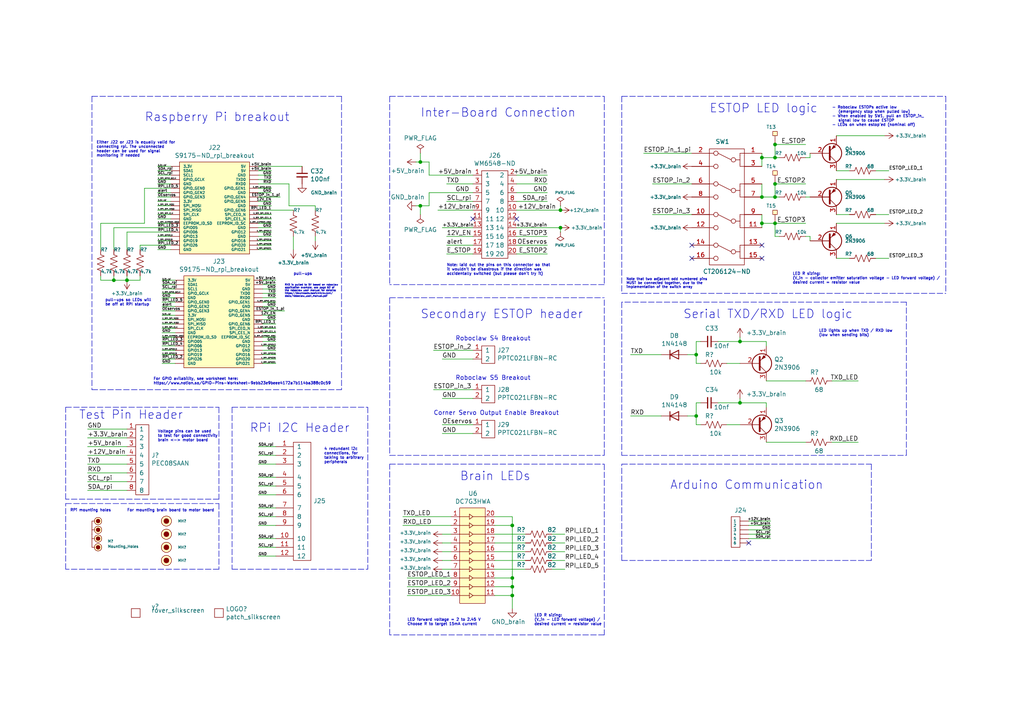
<source format=kicad_sch>
(kicad_sch (version 20231120) (generator "eeschema") (generator_version "8.0")
  (paper "A4")
  (junction (at 148.59 152.4))
  (junction (at 201.93 102.87))
  (junction (at 224.79 57.15))
  (junction (at 121.92 46.99))
  (junction (at 224.79 64.77))
  (junction (at 121.92 59.69))
  (junction (at 214.63 116.84))
  (junction (at 224.79 53.34))
  (junction (at 220.98 64.77))
  (junction (at 148.59 172.72))
  (junction (at 224.79 41.91))
  (junction (at 36.83 81.28))
  (junction (at 220.98 45.72))
  (junction (at 201.93 120.65))
  (junction (at 224.79 45.72))
  (junction (at 214.63 99.06))
  (junction (at 148.59 170.18))
  (junction (at 162.56 66.04))
  (junction (at 220.98 57.15))
  (junction (at 33.02 81.28))
  (junction (at 162.56 60.96))
  (junction (at 148.59 167.64))
  (no_connect (at 200.66 74.93))
  (no_connect (at 137.16 63.5))
  (no_connect (at 217.17 157.48))
  (no_connect (at 149.86 63.5))
  (no_connect (at 220.98 74.93))
  (no_connect (at 220.98 71.12))
  (no_connect (at 200.66 71.12))
  (wire (pts (xy 201.93 105.41) (xy 203.2 105.41)))
  (wire (pts (xy 124.46 59.69) (xy 121.92 59.69)))
  (wire (pts (xy 80.01 161.29) (xy 74.93 161.29)))
  (wire (pts (xy 224.79 41.91) (xy 224.79 45.72)))
  (wire (pts (xy 40.64 71.12) (xy 49.53 71.12)))
  (wire (pts (xy 149.86 53.34) (xy 158.75 53.34)))
  (wire (pts (xy 143.51 149.86) (xy 148.59 149.86)))
  (wire (pts (xy 200.66 62.23) (xy 189.23 62.23)))
  (wire (pts (xy 29.21 80.01) (xy 29.21 81.28)))
  (wire (pts (xy 50.8 105.41) (xy 46.99 105.41)))
  (wire (pts (xy 137.16 71.12) (xy 129.54 71.12)))
  (wire (pts (xy 214.63 116.84) (xy 214.63 115.57)))
  (wire (pts (xy 149.86 66.04) (xy 162.56 66.04)))
  (polyline (pts (xy 175.26 132.08) (xy 175.26 86.36)) (stroke (width 0) (type dash)))
  (wire (pts (xy 121.92 46.99) (xy 120.65 46.99)))
  (polyline (pts (xy 26.67 27.94) (xy 26.67 113.03)) (stroke (width 0) (type dash)))
  (polyline (pts (xy 19.05 165.1) (xy 19.05 146.05)) (stroke (width 0) (type dash)))
  (wire (pts (xy 46.99 92.71) (xy 50.8 92.71)))
  (wire (pts (xy 74.93 67.31) (xy 78.74 67.31)))
  (wire (pts (xy 254 62.23) (xy 257.81 62.23)))
  (wire (pts (xy 191.77 102.87) (xy 182.88 102.87)))
  (wire (pts (xy 242.57 49.53) (xy 246.38 49.53)))
  (wire (pts (xy 220.98 64.77) (xy 224.79 64.77)))
  (wire (pts (xy 74.93 62.23) (xy 78.74 62.23)))
  (wire (pts (xy 143.51 154.94) (xy 152.4 154.94)))
  (wire (pts (xy 160.02 157.48) (xy 163.83 157.48)))
  (wire (pts (xy 224.79 64.77) (xy 224.79 68.58)))
  (wire (pts (xy 76.2 97.79) (xy 80.01 97.79)))
  (polyline (pts (xy 180.34 87.63) (xy 180.34 132.08)) (stroke (width 0) (type dash)))
  (wire (pts (xy 121.92 46.99) (xy 121.92 44.45)))
  (wire (pts (xy 41.91 54.61) (xy 41.91 64.77)))
  (wire (pts (xy 80.01 158.75) (xy 74.93 158.75)))
  (wire (pts (xy 121.92 59.69) (xy 120.65 59.69)))
  (wire (pts (xy 76.2 90.17) (xy 82.55 90.17)))
  (wire (pts (xy 49.53 72.39) (xy 45.72 72.39)))
  (wire (pts (xy 149.86 50.8) (xy 158.75 50.8)))
  (polyline (pts (xy 106.68 118.11) (xy 106.68 165.1)) (stroke (width 0) (type dash)))
  (polyline (pts (xy 274.32 27.94) (xy 274.32 85.09)) (stroke (width 0) (type dash)))
  (wire (pts (xy 80.01 156.21) (xy 74.93 156.21)))
  (wire (pts (xy 200.66 53.34) (xy 189.23 53.34)))
  (polyline (pts (xy 262.89 87.63) (xy 180.34 87.63)) (stroke (width 0) (type dash)))
  (wire (pts (xy 217.17 152.4) (xy 223.52 152.4)))
  (wire (pts (xy 128.27 123.19) (xy 137.16 123.19)))
  (wire (pts (xy 217.17 154.94) (xy 223.52 154.94)))
  (wire (pts (xy 224.79 53.34) (xy 233.68 53.34)))
  (wire (pts (xy 222.25 116.84) (xy 222.25 118.11)))
  (wire (pts (xy 130.81 167.64) (xy 118.11 167.64)))
  (wire (pts (xy 143.51 172.72) (xy 148.59 172.72)))
  (wire (pts (xy 214.63 116.84) (xy 222.25 116.84)))
  (wire (pts (xy 217.17 156.21) (xy 223.52 156.21)))
  (wire (pts (xy 217.17 153.67) (xy 223.52 153.67)))
  (wire (pts (xy 149.86 71.12) (xy 158.75 71.12)))
  (wire (pts (xy 201.93 102.87) (xy 201.93 99.06)))
  (wire (pts (xy 33.02 81.28) (xy 36.83 81.28)))
  (polyline (pts (xy 26.67 27.94) (xy 99.06 27.94)) (stroke (width 0) (type dash)))
  (wire (pts (xy 234.95 68.58) (xy 234.95 69.85)))
  (wire (pts (xy 214.63 99.06) (xy 222.25 99.06)))
  (wire (pts (xy 36.83 81.28) (xy 40.64 81.28)))
  (polyline (pts (xy 113.03 134.62) (xy 175.26 134.62)) (stroke (width 0) (type dash)))
  (wire (pts (xy 91.44 69.85) (xy 91.44 68.58)))
  (wire (pts (xy 124.46 46.99) (xy 121.92 46.99)))
  (wire (pts (xy 128.27 162.56) (xy 130.81 162.56)))
  (wire (pts (xy 49.53 52.07) (xy 45.72 52.07)))
  (wire (pts (xy 80.01 83.82) (xy 76.2 83.82)))
  (wire (pts (xy 80.01 99.06) (xy 76.2 99.06)))
  (wire (pts (xy 124.46 46.99) (xy 124.46 50.8)))
  (wire (pts (xy 50.8 85.09) (xy 46.99 85.09)))
  (wire (pts (xy 46.99 95.25) (xy 50.8 95.25)))
  (polyline (pts (xy 175.26 134.62) (xy 175.26 184.15)) (stroke (width 0) (type dash)))
  (polyline (pts (xy 67.31 118.11) (xy 67.31 165.1)) (stroke (width 0) (type dash)))
  (wire (pts (xy 143.51 165.1) (xy 152.4 165.1)))
  (wire (pts (xy 80.01 140.97) (xy 74.93 140.97)))
  (wire (pts (xy 201.93 102.87) (xy 201.93 105.41)))
  (wire (pts (xy 45.72 58.42) (xy 49.53 58.42)))
  (wire (pts (xy 222.25 128.27) (xy 233.68 128.27)))
  (wire (pts (xy 148.59 172.72) (xy 148.59 176.53)))
  (wire (pts (xy 49.53 49.53) (xy 45.72 49.53)))
  (wire (pts (xy 80.01 132.08) (xy 74.93 132.08)))
  (wire (pts (xy 36.83 67.31) (xy 36.83 72.39)))
  (wire (pts (xy 25.4 129.54) (xy 36.83 129.54)))
  (wire (pts (xy 46.99 90.17) (xy 50.8 90.17)))
  (wire (pts (xy 80.01 138.43) (xy 74.93 138.43)))
  (wire (pts (xy 116.84 149.86) (xy 130.81 149.86)))
  (wire (pts (xy 76.2 96.52) (xy 80.01 96.52)))
  (polyline (pts (xy 19.05 146.05) (xy 63.5 146.05)) (stroke (width 0) (type dash)))
  (wire (pts (xy 137.16 68.58) (xy 129.54 68.58)))
  (wire (pts (xy 128.27 160.02) (xy 130.81 160.02)))
  (wire (pts (xy 224.79 57.15) (xy 226.06 57.15)))
  (wire (pts (xy 124.46 55.88) (xy 137.16 55.88)))
  (wire (pts (xy 199.39 120.65) (xy 201.93 120.65)))
  (wire (pts (xy 143.51 160.02) (xy 152.4 160.02)))
  (polyline (pts (xy 180.34 27.94) (xy 180.34 85.09)) (stroke (width 0) (type dash)))
  (wire (pts (xy 25.4 139.7) (xy 36.83 139.7)))
  (polyline (pts (xy 113.03 86.36) (xy 175.26 86.36)) (stroke (width 0) (type dash)))
  (wire (pts (xy 124.46 55.88) (xy 124.46 59.69)))
  (wire (pts (xy 128.27 154.94) (xy 130.81 154.94)))
  (wire (pts (xy 76.2 102.87) (xy 80.01 102.87)))
  (wire (pts (xy 128.27 66.04) (xy 137.16 66.04)))
  (wire (pts (xy 49.53 63.5) (xy 45.72 63.5)))
  (wire (pts (xy 74.93 71.12) (xy 78.74 71.12)))
  (wire (pts (xy 80.01 86.36) (xy 76.2 86.36)))
  (wire (pts (xy 46.99 87.63) (xy 50.8 87.63)))
  (wire (pts (xy 50.8 96.52) (xy 46.99 96.52)))
  (wire (pts (xy 33.02 80.01) (xy 33.02 81.28)))
  (wire (pts (xy 40.64 81.28) (xy 40.64 80.01)))
  (wire (pts (xy 74.93 63.5) (xy 78.74 63.5)))
  (polyline (pts (xy 63.5 146.05) (xy 63.5 165.1)) (stroke (width 0) (type dash)))
  (wire (pts (xy 191.77 120.65) (xy 182.88 120.65)))
  (wire (pts (xy 208.28 116.84) (xy 214.63 116.84)))
  (wire (pts (xy 143.51 170.18) (xy 148.59 170.18)))
  (polyline (pts (xy 63.5 165.1) (xy 19.05 165.1)) (stroke (width 0) (type dash)))
  (polyline (pts (xy 67.31 165.1) (xy 106.68 165.1)) (stroke (width 0) (type dash)))
  (wire (pts (xy 162.56 66.04) (xy 162.56 67.31)))
  (wire (pts (xy 148.59 152.4) (xy 148.59 167.64)))
  (wire (pts (xy 46.99 97.79) (xy 50.8 97.79)))
  (wire (pts (xy 25.4 142.24) (xy 36.83 142.24)))
  (wire (pts (xy 217.17 151.13) (xy 223.52 151.13)))
  (wire (pts (xy 128.27 157.48) (xy 130.81 157.48)))
  (polyline (pts (xy 99.06 27.94) (xy 99.06 113.03)) (stroke (width 0) (type dash)))
  (polyline (pts (xy 113.03 27.94) (xy 175.26 27.94)) (stroke (width 0) (type dash)))
  (wire (pts (xy 201.93 123.19) (xy 203.2 123.19)))
  (polyline (pts (xy 180.34 162.56) (xy 180.34 134.62)) (stroke (width 0) (type dash)))
  (wire (pts (xy 129.54 73.66) (xy 137.16 73.66)))
  (polyline (pts (xy 180.34 162.56) (xy 252.73 162.56)) (stroke (width 0) (type dash)))
  (wire (pts (xy 149.86 60.96) (xy 162.56 60.96)))
  (wire (pts (xy 201.93 120.65) (xy 201.93 123.19)))
  (wire (pts (xy 74.93 64.77) (xy 78.74 64.77)))
  (wire (pts (xy 46.99 88.9) (xy 50.8 88.9)))
  (wire (pts (xy 76.2 105.41) (xy 80.01 105.41)))
  (wire (pts (xy 130.81 152.4) (xy 116.84 152.4)))
  (polyline (pts (xy 180.34 132.08) (xy 262.89 132.08)) (stroke (width 0) (type dash)))
  (wire (pts (xy 160.02 165.1) (xy 163.83 165.1)))
  (wire (pts (xy 224.79 41.91) (xy 233.68 41.91)))
  (wire (pts (xy 78.74 59.69) (xy 74.93 59.69)))
  (polyline (pts (xy 252.73 134.62) (xy 252.73 162.56)) (stroke (width 0) (type dash)))
  (wire (pts (xy 74.93 69.85) (xy 78.74 69.85)))
  (wire (pts (xy 201.93 120.65) (xy 201.93 116.84)))
  (wire (pts (xy 41.91 64.77) (xy 29.21 64.77)))
  (wire (pts (xy 25.4 137.16) (xy 36.83 137.16)))
  (wire (pts (xy 137.16 58.42) (xy 129.54 58.42)))
  (wire (pts (xy 222.25 110.49) (xy 233.68 110.49)))
  (polyline (pts (xy 113.03 27.94) (xy 113.03 82.55)) (stroke (width 0) (type dash)))
  (wire (pts (xy 74.93 48.26) (xy 87.63 48.26)))
  (polyline (pts (xy 19.05 144.78) (xy 19.05 118.11)) (stroke (width 0) (type dash)))
  (polyline (pts (xy 180.34 85.09) (xy 274.32 85.09)) (stroke (width 0) (type dash)))
  (wire (pts (xy 45.72 64.77) (xy 49.53 64.77)))
  (wire (pts (xy 78.74 49.53) (xy 74.93 49.53)))
  (wire (pts (xy 160.02 162.56) (xy 163.83 162.56)))
  (wire (pts (xy 201.93 99.06) (xy 203.2 99.06)))
  (polyline (pts (xy 113.03 184.15) (xy 113.03 134.62)) (stroke (width 0) (type dash)))
  (wire (pts (xy 74.93 54.61) (xy 78.74 54.61)))
  (wire (pts (xy 46.99 99.06) (xy 50.8 99.06)))
  (wire (pts (xy 254 49.53) (xy 257.81 49.53)))
  (wire (pts (xy 254 74.93) (xy 257.81 74.93)))
  (wire (pts (xy 76.2 91.44) (xy 80.01 91.44)))
  (wire (pts (xy 80.01 85.09) (xy 76.2 85.09)))
  (wire (pts (xy 129.54 53.34) (xy 137.16 53.34)))
  (wire (pts (xy 85.09 68.58) (xy 85.09 72.39)))
  (wire (pts (xy 148.59 170.18) (xy 148.59 172.72)))
  (wire (pts (xy 149.86 68.58) (xy 158.75 68.58)))
  (wire (pts (xy 83.82 53.34) (xy 83.82 59.69)))
  (wire (pts (xy 148.59 149.86) (xy 148.59 152.4)))
  (wire (pts (xy 143.51 157.48) (xy 152.4 157.48)))
  (wire (pts (xy 50.8 86.36) (xy 46.99 86.36)))
  (polyline (pts (xy 175.26 27.94) (xy 175.26 82.55)) (stroke (width 0) (type dash)))
  (wire (pts (xy 241.3 128.27) (xy 248.92 128.27)))
  (wire (pts (xy 149.86 58.42) (xy 158.75 58.42)))
  (wire (pts (xy 78.74 55.88) (xy 74.93 55.88)))
  (polyline (pts (xy 113.03 132.08) (xy 175.26 132.08)) (stroke (width 0) (type dash)))
  (wire (pts (xy 25.4 132.08) (xy 36.83 132.08)))
  (polyline (pts (xy 113.03 86.36) (xy 113.03 132.08)) (stroke (width 0) (type dash)))
  (wire (pts (xy 220.98 53.34) (xy 220.98 57.15)))
  (polyline (pts (xy 180.34 27.94) (xy 274.32 27.94)) (stroke (width 0) (type dash)))
  (wire (pts (xy 91.44 59.69) (xy 91.44 60.96)))
  (wire (pts (xy 78.74 66.04) (xy 74.93 66.04)))
  (wire (pts (xy 45.72 69.85) (xy 49.53 69.85)))
  (wire (pts (xy 224.79 53.34) (xy 224.79 57.15)))
  (wire (pts (xy 143.51 167.64) (xy 148.59 167.64)))
  (wire (pts (xy 78.74 50.8) (xy 74.93 50.8)))
  (wire (pts (xy 76.2 95.25) (xy 80.01 95.25)))
  (wire (pts (xy 125.73 113.03) (xy 137.16 113.03)))
  (wire (pts (xy 36.83 67.31) (xy 49.53 67.31)))
  (wire (pts (xy 36.83 80.01) (xy 36.83 81.28)))
  (wire (pts (xy 80.01 152.4) (xy 74.93 152.4)))
  (polyline (pts (xy 26.67 113.03) (xy 99.06 113.03)) (stroke (width 0) (type dash)))
  (wire (pts (xy 149.86 55.88) (xy 158.75 55.88)))
  (wire (pts (xy 80.01 149.86) (xy 74.93 149.86)))
  (wire (pts (xy 83.82 59.69) (xy 91.44 59.69)))
  (wire (pts (xy 80.01 129.54) (xy 74.93 129.54)))
  (wire (pts (xy 224.79 64.77) (xy 233.68 64.77)))
  (wire (pts (xy 46.99 91.44) (xy 50.8 91.44)))
  (wire (pts (xy 201.93 116.84) (xy 203.2 116.84)))
  (wire (pts (xy 45.72 62.23) (xy 49.53 62.23)))
  (wire (pts (xy 242.57 74.93) (xy 246.38 74.93)))
  (wire (pts (xy 241.3 110.49) (xy 248.92 110.49)))
  (wire (pts (xy 80.01 134.62) (xy 74.93 134.62)))
  (wire (pts (xy 33.02 66.04) (xy 49.53 66.04)))
  (wire (pts (xy 128.27 125.73) (xy 137.16 125.73)))
  (wire (pts (xy 29.21 81.28) (xy 33.02 81.28)))
  (wire (pts (xy 49.53 50.8) (xy 45.72 50.8)))
  (wire (pts (xy 80.01 82.55) (xy 76.2 82.55)))
  (wire (pts (xy 46.99 93.98) (xy 50.8 93.98)))
  (wire (pts (xy 149.86 73.66) (xy 158.75 73.66)))
  (wire (pts (xy 121.92 59.69) (xy 121.92 62.23)))
  (polyline (pts (xy 262.89 132.08) (xy 262.89 87.63)) (stroke (width 0) (type dash)))
  (wire (pts (xy 220.98 64.77) (xy 220.98 66.04)))
  (wire (pts (xy 233.68 68.58) (xy 234.95 68.58)))
  (wire (pts (xy 49.53 53.34) (xy 45.72 53.34)))
  (polyline (pts (xy 175.26 82.55) (xy 113.03 82.55)) (stroke (width 0) (type dash)))
  (polyline (pts (xy 63.5 118.11) (xy 63.5 144.78)) (stroke (width 0) (type dash)))
  (wire (pts (xy 74.93 72.39) (xy 78.74 72.39)))
  (wire (pts (xy 208.28 99.06) (xy 214.63 99.06)))
  (wire (pts (xy 46.99 100.33) (xy 50.8 100.33)))
  (wire (pts (xy 46.99 104.14) (xy 50.8 104.14)))
  (wire (pts (xy 46.99 81.28) (xy 50.8 81.28)))
  (wire (pts (xy 33.02 66.04) (xy 33.02 72.39)))
  (polyline (pts (xy 19.05 118.11) (xy 63.5 118.11)) (stroke (width 0) (type dash)))
  (wire (pts (xy 49.53 60.96) (xy 45.72 60.96)))
  (wire (pts (xy 78.74 68.58) (xy 74.93 68.58)))
  (wire (pts (xy 128.27 104.14) (xy 137.16 104.14)))
  (wire (pts (xy 49.53 57.15) (xy 45.72 57.15)))
  (wire (pts (xy 80.01 143.51) (xy 74.93 143.51)))
  (wire (pts (xy 76.2 100.33) (xy 80.01 100.33)))
  (wire (pts (xy 130.81 172.72) (xy 118.11 172.72)))
  (wire (pts (xy 220.98 45.72) (xy 224.79 45.72)))
  (wire (pts (xy 45.72 68.58) (xy 49.53 68.58)))
  (wire (pts (xy 125.73 101.6) (xy 137.16 101.6)))
  (wire (pts (xy 74.93 58.42) (xy 78.74 58.42)))
  (polyline (pts (xy 63.5 144.78) (xy 19.05 144.78)) (stroke (width 0) (type dash)))
  (wire (pts (xy 127 60.96) (xy 137.16 60.96)))
  (wire (pts (xy 143.51 162.56) (xy 152.4 162.56)))
  (polyline (pts (xy 67.31 118.11) (xy 106.68 118.11)) (stroke (width 0) (type dash)))
  (wire (pts (xy 160.02 160.02) (xy 163.83 160.02)))
  (wire (pts (xy 80.01 92.71) (xy 76.2 92.71)))
  (wire (pts (xy 128.27 115.57) (xy 137.16 115.57)))
  (polyline (pts (xy 180.34 134.62) (xy 252.73 134.62)) (stroke (width 0) (type dash)))
  (wire (pts (xy 130.81 170.18) (xy 118.11 170.18)))
  (wire (pts (xy 80.01 81.28) (xy 76.2 81.28)))
  (wire (pts (xy 76.2 93.98) (xy 80.01 93.98)))
  (wire (pts (xy 41.91 54.61) (xy 49.53 54.61)))
  (wire (pts (xy 76.2 104.14) (xy 80.01 104.14)))
  (wire (pts (xy 214.63 99.06) (xy 214.63 97.79)))
  (wire (pts (xy 234.95 45.72) (xy 234.95 44.45)))
  (wire (pts (xy 46.99 102.87) (xy 50.8 102.87)))
  (wire (pts (xy 49.53 59.69) (xy 45.72 59.69)))
  (wire (pts (xy 80.01 88.9) (xy 76.2 88.9)))
  (wire (pts (xy 45.72 48.26) (xy 49.53 48.26)))
  (wire (pts (xy 29.21 64.77) (xy 29.21 72.39)))
  (wire (pts (xy 242.57 52.07) (xy 256.54 52.07)))
  (wire (pts (xy 210.82 123.19) (xy 214.63 123.19)))
  (wire (pts (xy 143.51 152.4) (xy 148.59 152.4)))
  (wire (pts (xy 25.4 134.62) (xy 36.83 134.62)))
  (wire (pts (xy 148.59 167.64) (xy 148.59 170.18)))
  (wire (pts (xy 242.57 62.23) (xy 246.38 62.23)))
  (wire (pts (xy 74.93 60.96) (xy 85.09 60.96)))
  (wire (pts (xy 233.68 45.72) (xy 234.95 45.72)))
  (wire (pts (xy 199.39 102.87) (xy 201.93 102.87)))
  (wire (pts (xy 210.82 105.41) (xy 214.63 105.41)))
  (wire (pts (xy 78.74 52.07) (xy 74.93 52.07)))
  (wire (pts (xy 25.4 124.46) (xy 36.83 124.46)))
  (wire (pts (xy 242.57 64.77) (xy 256.54 64.77)))
  (wire (pts (xy 80.01 147.32) (xy 74.93 147.32)))
  (wire (pts (xy 220.98 48.26) (xy 220.98 45.72)))
  (wire (pts (xy 50.8 83.82) (xy 46.99 83.82)))
  (wire (pts (xy 224.79 68.58) (xy 226.06 68.58)))
  (wire (pts (xy 46.99 101.6) (xy 50.8 101.6)))
  (wire (pts (xy 124.46 50.8) (xy 137.16 50.8)))
  (wire (pts (xy 50.8 82.55) (xy 46.99 82.55)))
  (wire (pts (xy 220.98 62.23) (xy 220.98 64.77)))
  (polyline (pts (xy 175.26 184.15) (xy 113.03 184.15)) (stroke (width 0) (type dash)))
  (wire (pts (xy 220.98 57.15) (xy 224.79 57.15)))
  (wire (pts (xy 220.98 45.72) (xy 220.98 44.45)))
  (wire (pts (xy 40.64 71.12) (xy 40.64 72.39)))
  (wire (pts (xy 224.79 45.72) (xy 226.06 45.72)))
  (wire (pts (xy 186.69 44.45) (xy 200.66 44.45)))
  (wire (pts (xy 222.25 99.06) (xy 222.25 100.33)))
  (wire (pts (xy 25.4 127) (xy 36.83 127)))
  (wire (pts (xy 80.01 101.6) (xy 76.2 101.6)))
  (wire (pts (xy 160.02 154.94) (xy 163.83 154.94)))
  (wire (pts (xy 76.2 87.63) (xy 80.01 87.63)))
  (wire (pts (xy 162.56 59.69) (xy 162.56 60.96)))
  (wire (pts (xy 49.53 55.88) (xy 45.72 55.88)))
  (wire (pts (xy 74.93 53.34) (xy 83.82 53.34)))
  (wire (pts (xy 242.57 39.37) (xy 256.54 39.37)))
  (wire (pts (xy 233.68 57.15) (xy 234.95 57.15)))
  (wire (pts (xy 74.93 57.15) (xy 81.28 57.15)))
  (wire (pts (xy 128.27 165.1) (xy 130.81 165.1)))
  (text "RPi mounting holes" (at 20.32 148.59 0) (effects (font (size 0.7874 0.7874)) (justify left bottom)))
  (text "RPi I2C Header" (at 72.39 125.73 0) (effects (font (size 2.4892 2.4892)) (justify left bottom)))
  (text "LED lights up when TXD / RXD low \n(low when sending bits)" (at 237.49 97.79 0) (effects (font (size 0.7874 0.7874)) (justify left bottom)))
  (text "ESTOP LED logic" (at 205.74 33.02 0) (effects (font (size 2.4892 2.4892)) (justify left bottom)))
  (text "- Roboclaw ESTOPs active low \n   (emergency stop when pulled low)\n- When enabled by SW1, pull an ESTOP_in_ \n   signal low to cause ESTOP\n- LEDs on when estop’ed (nominal off)" (at 241.3 36.83 0) (effects (font (size 0.7874 0.7874)) (justify left bottom)))
  (text "For mounting brain board to motor board" (at 36.83 148.59 0) (effects (font (size 0.7874 0.7874)) (justify left bottom)))
  (text "Serial TXD/RXD LED logic" (at 198.12 92.71 0) (effects (font (size 2.4892 2.4892)) (justify left bottom)))
  (text "Raspberry Pi breakout" (at 41.91 35.56 0) (effects (font (size 2.4892 2.4892)) (justify left bottom)))
  (text "pull-ups so LEDs will \nbe off at RPI startup" (at 30.48 88.9 0) (effects (font (size 0.7874 0.7874)) (justify left bottom)))
  (text "LED R sizing: \n(V_in - LED forward voltage) / \ndesired current = resistor value" (at 154.94 181.61 0) (effects (font (size 0.7874 0.7874)) (justify left bottom)))
  (text "pull-ups" (at 85.09 80.01 0) (effects (font (size 0.7874 0.7874)) (justify left bottom)))
  (text "Inter-Board Connection" (at 121.92 34.29 0) (effects (font (size 2.4892 2.4892)) (justify left bottom)))
  (text "Brain LEDs" (at 133.35 139.7 0) (effects (font (size 2.4892 2.4892)) (justify left bottom)))
  (text "Voltage pins can be used \nto test for good connectivity \nbrain <-> motor board" (at 45.72 128.27 0) (effects (font (size 0.7874 0.7874)) (justify left bottom)))
  (text "Roboclaw S5 Breakout" (at 132.08 110.49 0) (effects (font (size 1.27 1.27)) (justify left bottom)))
  (text "Test Pin Header" (at 22.86 121.92 0) (effects (font (size 2.4892 2.4892)) (justify left bottom)))
  (text "Corner Servo Output Enable Breakout" (at 125.73 120.65 0) (effects (font (size 1.27 1.27)) (justify left bottom)))
  (text "Note that two adjacent odd numbered pins \nMUST be connected together, due to the \nimplementation of the switch array" (at 181.61 83.82 0) (effects (font (size 0.7112 0.7112)) (justify left bottom)))
  (text "Secondary ESTOP header" (at 121.92 92.71 0) (effects (font (size 2.4892 2.4892)) (justify left bottom)))
  (text "LED forward voltage = 2 to 2.45 V\nChoose R to target 15mA current" (at 118.11 181.61 0) (effects (font (size 0.7874 0.7874)) (justify left bottom)))
  (text "\n" (at 58.42 165.1 0) (effects (font (size 1.27 1.27)) (justify left bottom)))
  (text "Note: laid out the pins on this connector so that \nit wouldn’t be disastrous if the direction was \naccidentally switched (but please don’t try it)" (at 129.54 80.01 0) (effects (font (size 0.7874 0.7874)) (justify left bottom)))
  (text "Either J22 or J23 is equally valid for \nconnecting rpi. The unconnected \nheader can be used for signal \nmonitoring if needed" (at 27.94 45.72 0) (effects (font (size 0.7874 0.7874)) (justify left bottom)))
  (text "LED R sizing: \n(V_in - collector emitter saturation voltage - LED forward voltage) / \ndesired current = resistor value" (at 229.87 82.55 0) (effects (font (size 0.7874 0.7874)) (justify left bottom)))
  (text "For GPIO avilability, see worksheet here: \nhttps://www.notion.so/GPIO-Pins-Worksheet-9ebb23e9beee4172a7b114ba388c0c59" (at 44.45 111.76 0) (effects (font (size 0.7874 0.7874)) (justify left bottom)))
  (text "RXD is pulled to 5V based on roboclaw \napplication example, see page 62 of \nthe roboclaw user manual for details: \nhttps://downloads.basicmicro.com/\ndocs/roboclaw_user_manual.pdf " (at 82.55 86.36 0) (effects (font (size 0.508 0.508)) (justify left bottom)))
  (text "4 redundant i2c \nconnections, for \ntalking to arbitrary \nperipherals" (at 93.98 134.62 0) (effects (font (size 0.7874 0.7874)) (justify left bottom)))
  (text "Arduino Communication" (at 194.31 142.24 0) (effects (font (size 2.4892 2.4892)) (justify left bottom)))
  (text "Roboclaw S4 Breakout" (at 132.08 99.06 0) (effects (font (size 1.27 1.27)) (justify left bottom)))
  (label "ESTOP_in_2" (at 125.73 101.6 0))
  (label "RPI_LED_3" (at 45.72 66.04 0) (effects (font (size 0.762 0.762))))
  (label "alert" (at 46.99 88.9 0) (effects (font (size 0.762 0.762))))
  (label "GND" (at 78.74 66.04 180) (effects (font (size 0.762 0.762))))
  (label "TXD" (at 80.01 85.09 180) (effects (font (size 0.762 0.762))))
  (label "GND" (at 25.4 124.46 0))
  (label "RPI_LED_1" (at 80.01 93.98 180) (effects (font (size 0.762 0.762))))
  (label "alert" (at 45.72 55.88 0) (effects (font (size 0.762 0.762))))
  (label "SCL_rpi" (at 74.93 140.97 0) (effects (font (size 0.762 0.762))))
  (label "GND" (at 128.27 115.57 0))
  (label "X_RPI_SPI_CE1_N" (at 78.74 63.5 180) (effects (font (size 0.4064 0.4064))))
  (label "RPI_LED_2" (at 46.99 104.14 0) (effects (font (size 0.762 0.762))))
  (label "E_STOP2" (at 233.68 53.34 180))
  (label "+5V_brain" (at 223.52 152.4 180) (effects (font (size 0.762 0.762))))
  (label "ESTOP_LED_3" (at 257.81 74.93 0) (effects (font (size 0.9906 0.9906))))
  (label "RXD" (at 158.75 53.34 180))
  (label "RXD" (at 80.01 86.36 180) (effects (font (size 0.762 0.762))))
  (label "RPI_LED_2" (at 45.72 71.12 0) (effects (font (size 0.762 0.762))))
  (label "E_STOP3" (at 158.75 68.58 180))
  (label "RPI_LED_5" (at 45.72 54.61 0) (effects (font (size 0.762 0.762))))
  (label "+12V_brain" (at 127 60.96 0))
  (label "+12V_brain" (at 223.52 151.13 180) (effects (font (size 0.762 0.762))))
  (label "12V_EN" (at 80.01 91.44 180) (effects (font (size 0.762 0.762))))
  (label "ESTOP_LED_3" (at 118.11 172.72 0))
  (label "SDA_rpi" (at 223.52 156.21 180) (effects (font (size 0.762 0.762))))
  (label "RXD_LED" (at 116.84 152.4 0))
  (label "X_RPI_GPIO_GCLK" (at 45.72 52.07 0) (effects (font (size 0.4064 0.4064))))
  (label "RXD" (at 78.74 53.34 180) (effects (font (size 0.762 0.762))))
  (label "ESTOP_LED_2" (at 257.81 62.23 0) (effects (font (size 0.9906 0.9906))))
  (label "X_RPI_SPI_CLK" (at 45.72 62.23 0) (effects (font (size 0.4064 0.4064))))
  (label "3.3V_rpi" (at 46.99 91.44 0) (effects (font (size 0.4064 0.4064))))
  (label "GND" (at 128.27 125.73 0))
  (label "GND" (at 80.01 92.71 180) (effects (font (size 0.762 0.762))))
  (label "X_RPI_EEPROM_IDSD" (at 45.72 64.77 0) (effects (font (size 0.4064 0.4064))))
  (label "GND" (at 223.52 153.67 180) (effects (font (size 0.762 0.762))))
  (label "OEservos" (at 45.72 57.15 0) (effects (font (size 0.762 0.762))))
  (label "RPI_LED_5" (at 46.99 87.63 0) (effects (font (size 0.762 0.762))))
  (label "RPI_LED_2" (at 163.83 157.48 0))
  (label "TXD" (at 78.74 52.07 180) (effects (font (size 0.762 0.762))))
  (label "SDA_rpi" (at 46.99 82.55 0) (effects (font (size 0.762 0.762))))
  (label "+5V_brain" (at 25.4 129.54 0))
  (label "X_RPI_GPIO13" (at 46.99 101.6 0) (effects (font (size 0.4064 0.4064))))
  (label "12V_EN" (at 129.54 68.58 0))
  (label "X_RPI_GPIO16" (at 78.74 69.85 180) (effects (font (size 0.4064 0.4064))))
  (label "RPI_LED_4" (at 163.83 162.56 0))
  (label "12V_EN" (at 78.74 58.42 180) (effects (font (size 0.762 0.762))))
  (label "E_STOP" (at 129.54 73.66 0))
  (label "SDA_rpi" (at 25.4 142.24 0))
  (label "SCL_rpi" (at 223.52 154.94 180) (effects (font (size 0.762 0.762))))
  (label "RPI_LED_3" (at 163.83 160.02 0))
  (label "E_STOP3" (at 233.68 64.77 180))
  (label "GND" (at 46.99 86.36 0) (effects (font (size 0.762 0.762))))
  (label "GND" (at 74.93 134.62 0) (effects (font (size 0.762 0.762))))
  (label "RXD" (at 25.4 137.16 0))
  (label "X_RPI_GPIO16" (at 80.01 102.87 180) (effects (font (size 0.4064 0.4064))))
  (label "SCL_rpi" (at 74.93 149.86 0) (effects (font (size 0.762 0.762))))
  (label "3.3V_rpi" (at 46.99 81.28 0) (effects (font (size 0.4064 0.4064))))
  (label "X_RPI_GPIO12" (at 80.01 100.33 180) (effects (font (size 0.4064 0.4064))))
  (label "X_RPI_GPIO13" (at 45.72 68.58 0) (effects (font (size 0.4064 0.4064))))
  (label "X_RPI_GPIO12" (at 78.74 67.31 180) (effects (font (size 0.4064 0.4064))))
  (label "X_RPI_EEPROM_IDSC" (at 80.01 97.79 180) (effects (font (size 0.4064 0.4064))))
  (label "GND" (at 132.08 55.88 0))
  (label "+5V_brain" (at 127 50.8 0))
  (label "X_RPI_GPIO19" (at 46.99 102.87 0) (effects (font (size 0.4064 0.4064))))
  (label "RPI_LED_5" (at 163.83 165.1 0))
  (label "X_RPI_GPIO21" (at 80.01 105.41 180) (effects (font (size 0.4064 0.4064))))
  (label "ESTOP_LED_2" (at 118.11 170.18 0))
  (label "GND" (at 80.01 83.82 180) (effects (font (size 0.762 0.762))))
  (label "3.3V_rpi" (at 45.72 58.42 0) (effects (font (size 0.4064 0.4064))))
  (label "OEservos" (at 158.75 71.12 180))
  (label "SCL_rpi" (at 74.93 132.08 0) (effects (font (size 0.762 0.762))))
  (label "X_RPI_SPI_MISO" (at 45.72 60.96 0) (effects (font (size 0.4064 0.4064))))
  (label "X_RPI_GPIO_GCLK" (at 46.99 85.09 0) (effects (font (size 0.4064 0.4064))))
  (label "+3.3V_brain" (at 128.27 66.04 0) (effects (font (size 0.9906 0.9906))))
  (label "TXD_LED" (at 116.84 149.86 0))
  (label "X_RPI_SPI_CLK" (at 46.99 95.25 0) (effects (font (size 0.4064 0.4064))))
  (label "X_RPI_SPI_MOSI" (at 45.72 59.69 0) (effects (font (size 0.4064 0.4064))))
  (label "RXD" (at 182.88 120.65 0))
  (label "X_RPI_SPI_CE0_N" (at 78.74 62.23 180) (effects (font (size 0.4064 0.4064))))
  (label "SDA_rpi" (at 74.93 129.54 0) (effects (font (size 0.762 0.762))))
  (label "E_STOP2" (at 158.75 73.66 180))
  (label "GND" (at 78.74 59.69 180) (effects (font (size 0.762 0.762))))
  (label "RPI_LED_4" (at 46.99 100.33 0) (effects (font (size 0.762 0.762))))
  (label "SCL_rpi" (at 45.72 50.8 0) (effects (font (size 0.762 0.762))))
  (label "3.3V_rpi" (at 45.72 48.26 0) (effects (font (size 0.4064 0.4064))))
  (label "GND" (at 78.74 68.58 180) (effects (font (size 0.762 0.762))))
  (label "GND" (at 45.72 72.39 0) (effects (font (size 0.762 0.762))))
  (label "ESTOP_in_2" (at 189.23 53.34 0))
  (label "+5V_brain" (at 78.74 49.53 180) (effects (font (size 0.762 0.762))))
  (label "X_RPI_GPIO19" (at 45.72 69.85 0) (effects (font (size 0.4064 0.4064))))
  (label "SDA_rpi" (at 45.72 49.53 0) (effects (font (size 0.762 0.762))))
  (label "GND" (at 80.01 88.9 180) (effects (font (size 0.762 0.762))))
  (label "X_RPI_GPIO20" (at 78.74 71.12 180) (effects (font (size 0.4064 0.4064))))
  (label "+5V_brain" (at 80.01 81.28 180) (effects (font (size 0.762 0.762))))
  (label "X_RPI_GPIO20" (at 80.01 104.14 180) (effects (font (size 0.4064 0.4064))))
  (label "+3.3V_brain" (at 158.75 66.04 180) (effects (font (size 0.9906 0.9906))))
  (label "ESTOP_LED_1" (at 257.81 49.53 0) (effects (font (size 0.9906 0.9906))))
  (label "TXD_LED" (at 248.92 110.49 180))
  (label "SCL_rpi" (at 46.99 83.82 0) (effects (font (size 0.762 0.762))))
  (label "OEservos" (at 128.27 123.19 0))
  (label "ESTOP_in_3" (at 125.73 113.03 0))
  (label "GND" (at 158.75 55.88 180))
  (label "RPI_LED_1" (at 78.74 60.96 180) (effects (font (size 0.762 0.762))))
  (label "X_RPI_GPIO_GEN1" (at 80.01 87.63 180) (effects (font (size 0.4064 0.4064))))
  (label "GND" (at 74.93 152.4 0) (effects (font (size 0.762 0.762))))
  (label "RPI_LED_1" (at 163.83 154.94 0))
  (label "X_RPI_SPI_MISO" (at 46.99 93.98 0) (effects (font (size 0.4064 0.4064))))
  (label "+12V_brain" (at 25.4 132.08 0))
  (label "SCL_rpi" (at 74.93 158.75 0) (effects (font (size 0.762 0.762))))
  (label "RPI_LED_3" (at 46.99 99.06 0) (effects (font (size 0.762 0.762))))
  (label "SDA_rpi" (at 74.93 156.21 0) (effects (font (size 0.762 0.762))))
  (label "X_RPI_SPI_MOSI" (at 46.99 92.71 0) (effects (font (size 0.4064 0.4064))))
  (label "RPI_LED_4" (at 45.72 67.31 0) (effects (font (size 0.762 0.762))))
  (label "ESTOP_LED_1" (at 118.11 167.64 0))
  (label "SDA_rpi" (at 74.93 138.43 0) (effects (font (size 0.762 0.762))))
  (label "alert" (at 129.54 71.12 0))
  (label "+5V_brain" (at 80.01 82.55 180) (effects (font (size 0.762 0.762))))
  (label "X_RPI_EEPROM_IDSD" (at 46.99 97.79 0) (effects (font (size 0.4064 0.4064))))
  (label "ESTOP_in_1_pi" (at 186.69 44.45 0))
  (label "GND" (at 74.93 161.29 0) (effects (font (size 0.762 0.762))))
  (label "SDA_rpi" (at 158.75 58.42 180))
  (label "+12V_brain" (at 161.29 60.96 180))
  (label "GND" (at 128.27 104.14 0))
  (label "TXD" (at 25.4 134.62 0))
  (label "GND" (at 78.74 55.88 180) (effects (font (size 0.762 0.762))))
  (label "GND" (at 80.01 99.06 180) (effects (font (size 0.762 0.762))))
  (label "GND" (at 78.74 50.8 180) (effects (font (size 0.762 0.762))))
  (label "+5V_brain" (at 158.75 50.8 180))
  (label "OEservos" (at 46.99 90.17 0) (effects (font (size 0.762 0.762))))
  (label "RXD_LED" (at 248.92 128.27 180))
  (label "GND" (at 80.01 101.6 180) (effects (font (size 0.762 0.762))))
  (label "X_RPI_SPI_CE1_N" (at 80.01 96.52 180) (effects (font (size 0.4064 0.4064))))
  (label "GND" (at 45.72 63.5 0) (effects (font (size 0.762 0.762))))
  (label "SCL_rpi" (at 25.4 139.7 0))
  (label "X_RPI_SPI_CE0_N" (at 80.01 95.25 180) (effects (font (size 0.4064 0.4064))))
  (label "X_RPI_GPIO_GEN1" (at 78.74 54.61 180) (effects (font (size 0.4064 0.4064))))
  (label "GND" (at 46.99 96.52 0) (effects (font (size 0.762 0.762))))
  (label "+5V_brain" (at 78.74 48.26 180) (effects (font (size 0.762 0.762))))
  (label "X_RPI_EEPROM_IDSC" (at 78.74 64.77 180) (effects (font (size 0.4064 0.4064))))
  (label "GND" (at 45.72 53.34 0) (effects (font (size 0.762 0.762))))
  (label "SDA_rpi" (at 74.93 147.32 0) (effects (font (size 0.762 0.762))))
  (label "GND" (at 46.99 105.41 0) (effects (font (size 0.762 0.762))))
  (label "ESTOP_in_1_pi" (at 81.28 57.15 180) (effects (font (size 0.762 0.762))))
  (label "X_RPI_GPIO21" (at 78.74 72.39 180) (effects (font (size 0.4064 0.4064))))
  (label "+3.3V_brain" (at 25.4 127 0))
  (label "ESTOP_in_1_pi" (at 82.55 90.17 180) (effects (font (size 0.762 0.762))))
  (label "TXD" (at 182.88 102.87 0))
  (label "GND" (at 74.93 143.51 0) (effects (font (size 0.762 0.762))))
  (label "E_STOP" (at 233.68 41.91 180))
  (label "ESTOP_in_3" (at 189.23 62.23 0))
  (label "TXD" (at 129.54 53.34 0))
  (label "SCL_rpi" (at 129.54 58.42 0))
  (symbol (lib_id "Control_Boards-rescue:PPTC021LFBN-RC-JPL_Robotics_Lib") (at 143.51 97.79 0) (unit 1)
    (property "Reference" "J27" (at 144.2212 101.5746 0) (effects (justify left)))
    (property "Value" "PPTC021LFBN-RC" (at 144.2212 103.886 0) (effects (justify left)))
    (property "Footprint" "JPL Robotics:PPTC021LFBN-RC" (effects (hide yes)))
  )
  (symbol (lib_id "Control_Boards-rescue:S9175-ND_rpi_breakout-JPL_Robotics_Lib") (at 48.26 109.22 0) (unit 1)
    (property "Reference" "J23" (at 63.5 75.819 0))
    (property "Value" "S9175-ND_rpi_breakout" (at 63.5 78.1304 0))
    (property "Footprint" "JPL Robotics:S9175-ND" (effects (hide yes)))
  )
  (symbol (lib_id "Control_Boards-rescue:6posheader-JPL_Robotics_Lib") (at 212.09 158.75 0) (unit 1)
    (property "Reference" "J24" (at 214.7824 148.0058 0))
    (property "Value" "6posheader" (effects (hide yes)))
    (property "Footprint" "JPL Robotics:455-1708-ND" (effects (hide yes)))
  )
  (symbol (lib_id "Control_Boards-rescue:S9175-ND_rpi_breakout-JPL_Robotics_Lib") (at 46.99 76.2 0) (unit 1)
    (property "Reference" "J22" (at 62.23 42.799 0))
    (property "Value" "S9175-ND_rpi_breakout" (at 62.23 45.1104 0))
    (property "Footprint" "JPL Robotics:S9175-ND" (effects (hide yes)))
  )
  (symbol (lib_id "Control_Boards-rescue:PPTC021LFBN-RC-JPL_Robotics_Lib") (at 143.51 109.22 0) (unit 1)
    (property "Reference" "J28" (at 144.2212 113.0046 0) (effects (justify left)))
    (property "Value" "PPTC021LFBN-RC" (at 144.2212 115.316 0) (effects (justify left)))
    (property "Footprint" "JPL Robotics:PPTC021LFBN-RC" (effects (hide yes)))
  )
  (symbol (lib_id "Control_Boards-rescue:PEC10DAAN-JPL_Robotics_Lib") (at 143.51 46.99 0) (unit 1)
    (property "Reference" "J26" (at 143.51 45.085 0))
    (property "Value" "WM6548-ND" (at 143.51 47.3964 0))
    (property "Footprint" "JPL Robotics:WM6548-ND" (effects (hide yes)))
  )
  (symbol (lib_id "Control_Boards-rescue:PPTC021LFBN-RC-JPL_Robotics_Lib") (at 143.51 119.38 0) (unit 1)
    (property "Reference" "J29" (at 144.2212 123.1646 0) (effects (justify left)))
    (property "Value" "PPTC021LFBN-RC" (at 144.2212 125.476 0) (effects (justify left)))
    (property "Footprint" "JPL Robotics:PPTC021LFBN-RC" (effects (hide yes)))
  )
  (symbol (lib_id "Device:C_Small") (at 205.74 99.06 270) (unit 1)
    (property "Reference" "C33" (at 204.47 95.25 90) (effects (justify left)))
    (property "Value" "10nf" (at 207.01 100.33 90) (effects (justify left)))
    (property "Footprint" "Resistor_THT:R_Axial_DIN0207_L6.3mm_D2.5mm_P7.62mm_Horizontal" (effects (hide yes)))
  )
  (symbol (lib_id "Transistor_BJT:2N3906") (at 219.71 105.41 0) (mirror x) (unit 1)
    (property "Reference" "Q2" (at 224.536 104.2416 0) (effects (justify left)))
    (property "Value" "2N3906" (at 224.536 106.553 0) (effects (justify left)))
    (property "Footprint" "Package_TO_SOT_THT:TO-92_Inline_Wide" (effects (hide yes)))
    (property "Datasheet" "https://www.onsemi.com/pub/Collateral/2N3906-D.PDF" (effects (hide yes)))
  )
  (symbol (lib_id "Diode:1N4148") (at 195.58 102.87 0) (unit 1)
    (property "Reference" "D8" (at 195.58 97.3582 0))
    (property "Value" "1N4148" (at 195.58 99.6696 0))
    (property "Footprint" "Diode_THT:D_DO-35_SOD27_P7.62mm_Horizontal" (effects (hide yes)))
    (property "Datasheet" "https://assets.nexperia.com/documents/data-sheet/1N4148_1N4448.pdf" (effects (hide yes)))
  )
  (symbol (lib_id "Control_Boards-rescue:+3.3V_brain-JPL_Robotics_Lib") (at 214.63 97.79 0) (unit 1)
    (property "Reference" "#PWR072" (effects (hide yes)))
    (property "Value" "+3.3V_brain" (at 222.25 96.52 0))
  )
  (symbol (lib_id "Device:C_Small") (at 205.74 116.84 270) (unit 1)
    (property "Reference" "C34" (at 204.47 113.03 90) (effects (justify left)))
    (property "Value" "10nf" (at 207.01 118.11 90) (effects (justify left)))
    (property "Footprint" "Resistor_THT:R_Axial_DIN0207_L6.3mm_D2.5mm_P7.62mm_Horizontal" (effects (hide yes)))
  )
  (symbol (lib_id "Transistor_BJT:2N3906") (at 219.71 123.19 0) (mirror x) (unit 1)
    (property "Reference" "Q3" (at 224.536 122.0216 0) (effects (justify left)))
    (property "Value" "2N3906" (at 224.536 124.333 0) (effects (justify left)))
    (property "Footprint" "Package_TO_SOT_THT:TO-92_Inline_Wide" (effects (hide yes)))
    (property "Datasheet" "https://www.onsemi.com/pub/Collateral/2N3906-D.PDF" (effects (hide yes)))
  )
  (symbol (lib_id "Diode:1N4148") (at 195.58 120.65 0) (unit 1)
    (property "Reference" "D9" (at 195.58 115.1382 0))
    (property "Value" "1N4148" (at 195.58 117.4496 0))
    (property "Footprint" "Diode_THT:D_DO-35_SOD27_P7.62mm_Horizontal" (effects (hide yes)))
    (property "Datasheet" "https://assets.nexperia.com/documents/data-sheet/1N4148_1N4448.pdf" (effects (hide yes)))
  )
  (symbol (lib_id "Control_Boards-rescue:+3.3V_brain-JPL_Robotics_Lib") (at 214.63 115.57 0) (unit 1)
    (property "Reference" "#PWR073" (effects (hide yes)))
    (property "Value" "+3.3V_brain" (at 222.25 114.3 0))
  )
  (symbol (lib_id "Device:R_US") (at 250.19 49.53 270) (unit 1)
    (property "Reference" "R?" (at 245.11 48.26 90) (effects (font (size 0.9906 0.9906)) (justify left)))
    (property "Value" "68" (at 251.46 48.26 90) (effects (font (size 0.9906 0.9906)) (justify left)))
    (property "Footprint" "Resistor_THT:R_Axial_DIN0207_L6.3mm_D2.5mm_P7.62mm_Horizontal" (effects (hide yes)))
    (instances (project "" (path "" (reference "R?") (unit 1)) (path "" (reference "R?") (unit 1)) (path "" (reference "R18") (unit 1))))
  )
  (symbol (lib_id "Device:R_US") (at 207.01 105.41 270) (unit 1)
    (property "Reference" "R?" (at 204.47 102.87 90) (effects (justify left)))
    (property "Value" "10k" (at 205.74 107.95 90) (effects (justify left)))
    (property "Footprint" "Resistor_THT:R_Axial_DIN0207_L6.3mm_D2.5mm_P7.62mm_Horizontal" (effects (hide yes)))
    (instances (project "" (path "" (reference "R?") (unit 1)) (path "" (reference "R?") (unit 1)) (path "" (reference "R16") (unit 1))))
  )
  (symbol (lib_id "Device:R_US") (at 207.01 123.19 270) (unit 1)
    (property "Reference" "R?" (at 204.47 120.65 90) (effects (justify left)))
    (property "Value" "10k" (at 205.74 125.73 90) (effects (justify left)))
    (property "Footprint" "Resistor_THT:R_Axial_DIN0207_L6.3mm_D2.5mm_P7.62mm_Horizontal" (effects (hide yes)))
    (instances (project "" (path "" (reference "R?") (unit 1)) (path "" (reference "R?") (unit 1)) (path "" (reference "R17") (unit 1))))
  )
  (symbol (lib_id "Device:C_Small") (at 87.63 50.8 0) (unit 1)
    (property "Reference" "C32" (at 89.9668 49.6316 0) (effects (justify left)))
    (property "Value" "100nf" (at 89.9668 51.943 0) (effects (justify left)))
    (property "Footprint" "Resistor_THT:R_Axial_DIN0207_L6.3mm_D2.5mm_P7.62mm_Horizontal" (effects (hide yes)))
  )
  (symbol (lib_id "Control_Boards-rescue:GND_brain-JPL_Robotics_Lib") (at 87.63 53.34 0) (unit 1)
    (property "Reference" "#PWR062" (effects (hide yes)))
    (property "Value" "GND_brain" (at 93.98 55.88 0) (effects (font (size 0.9906 0.9906))))
  )
  (symbol (lib_id "Control_Boards-rescue:+3.3V_brain-JPL_Robotics_Lib") (at 162.56 66.04 270) (unit 1)
    (property "Reference" "#PWR060" (effects (hide yes)))
    (property "Value" "+3.3V_brain" (at 170.18 66.04 90) (effects (font (size 0.9906 0.9906))))
  )
  (symbol (lib_id "Control_Boards-rescue:+5V_brain-JPL_Robotics_Lib") (at 120.65 46.99 90) (unit 1)
    (property "Reference" "#PWR063" (effects (hide yes)))
    (property "Value" "+5V_brain" (at 123.19 49.53 90) (effects (justify left)))
  )
  (symbol (lib_id "Control_Boards-rescue:GND_brain-JPL_Robotics_Lib") (at 120.65 59.69 270) (unit 1)
    (property "Reference" "#PWR064" (effects (hide yes)))
    (property "Value" "GND_brain" (at 123.19 57.15 90) (effects (justify right)))
  )
  (symbol (lib_id "Control_Boards-rescue:+12V_brain-JPL_Robotics_Lib") (at 162.56 60.96 270) (unit 1)
    (property "Reference" "#PWR065" (effects (hide yes)))
    (property "Value" "+12V_brain" (at 165.1 60.96 90) (effects (font (size 0.9906 0.9906)) (justify left)))
  )
  (symbol (lib_id "Control_Boards-rescue:PWR_FLAG-power") (at 121.92 44.45 0) (unit 1)
    (property "Reference" "#FLG07" (effects (hide yes)))
    (property "Value" "PWR_FLAG" (at 121.92 40.0558 0))
  )
  (symbol (lib_id "Control_Boards-rescue:PWR_FLAG-power") (at 121.92 62.23 180) (unit 1)
    (property "Reference" "#FLG08" (effects (hide yes)))
    (property "Value" "PWR_FLAG" (at 121.92 66.6242 0))
  )
  (symbol (lib_id "Control_Boards-rescue:PWR_FLAG-power") (at 162.56 59.69 0) (unit 1)
    (property "Reference" "#FLG09" (effects (hide yes)))
    (property "Value" "PWR_FLAG" (at 163.83 55.88 0) (effects (font (size 0.762 0.762))))
  )
  (symbol (lib_id "Control_Boards-rescue:SSW-104-01-F-T-JPL_Robotics_Lib") (at 85.09 165.1 0) (unit 1)
    (property "Reference" "J25" (at 90.8812 145.288 0) (effects (justify left)))
    (property "Value" "SSW-104-01-F-T" (effects (hide yes)))
    (property "Footprint" "JPL Robotics:SSW-104-01-F-T" (effects (hide yes)))
  )
  (symbol (lib_id "Control_Boards-rescue:Mounting_Holes-JPL_Robotics_Lib") (at 26.67 146.05 270) (unit 1)
    (property "Reference" "M1" (at 31.2166 156.972 90) (effects (font (size 0.762 0.762)) (justify left)))
    (property "Value" "Mounting_Holes" (at 31.2166 158.496 90) (effects (font (size 0.762 0.762)) (justify left)))
    (property "Footprint" "JPL Robotics:raspberry_pi_3b" (effects (hide yes)))
    (instances (project "" (path "" (reference "M?") (unit 1)) (path "" (reference "M1") (unit 1))))
  )
  (symbol (lib_id "Control_Boards-rescue:CTS-206-124-JPL_Robotics_Lib") (at 205.74 80.01 0) (unit 1)
    (property "Reference" "SW1" (at 209.55 41.0718 0))
    (property "Value" "CT206124-ND" (at 210.82 78.74 0))
    (property "Footprint" "JPL Robotics:CTS-206-124" (effects (hide yes)))
  )
  (symbol (lib_id "Control_Boards-rescue:#6THRU-HOLE-JPL_Robotics_Lib") (at 48.26 151.13 0) (unit 1)
    (property "Reference" "MH13" (at 51.5874 151.13 0) (effects (font (size 0.762 0.762)) (justify left)))
    (property "Value" "brain_board_mounting_hole" (effects (hide yes)))
    (property "Footprint" "JPL Robotics:brain_board_mounting_hole" (effects (hide yes)))
    (instances (project "" (path "" (reference "MH?") (unit 1)) (path "" (reference "MH13") (unit 1))))
  )
  (symbol (lib_id "Control_Boards-rescue:#6THRU-HOLE-JPL_Robotics_Lib") (at 48.26 154.94 0) (unit 1)
    (property "Reference" "MH14" (at 51.5874 154.94 0) (effects (font (size 0.762 0.762)) (justify left)))
    (property "Value" "brain_board_mounting_hole" (effects (hide yes)))
    (property "Footprint" "JPL Robotics:brain_board_mounting_hole" (effects (hide yes)))
    (instances (project "" (path "" (reference "MH?") (unit 1)) (path "" (reference "MH14") (unit 1))))
  )
  (symbol (lib_id "Control_Boards-rescue:#6THRU-HOLE-JPL_Robotics_Lib") (at 48.26 158.75 0) (unit 1)
    (property "Reference" "MH15" (at 51.5874 158.75 0) (effects (font (size 0.762 0.762)) (justify left)))
    (property "Value" "brain_board_mounting_hole" (effects (hide yes)))
    (property "Footprint" "JPL Robotics:brain_board_mounting_hole" (effects (hide yes)))
    (instances (project "" (path "" (reference "MH?") (unit 1)) (path "" (reference "MH15") (unit 1))))
  )
  (symbol (lib_id "Control_Boards-rescue:#6THRU-HOLE-JPL_Robotics_Lib") (at 48.26 162.56 0) (unit 1)
    (property "Reference" "MH16" (at 51.5874 162.56 0) (effects (font (size 0.762 0.762)) (justify left)))
    (property "Value" "brain_board_mounting_hole" (effects (hide yes)))
    (property "Footprint" "JPL Robotics:brain_board_mounting_hole" (effects (hide yes)))
    (instances (project "" (path "" (reference "MH?") (unit 1)) (path "" (reference "MH16") (unit 1))))
  )
  (symbol (lib_id "Control_Boards-rescue:DC7G3HWA-JPL_Robotics_Lib") (at 123.19 168.91 0) (unit 1)
    (property "Reference" "U6" (at 137.16 143.129 0))
    (property "Value" "DC7G3HWA" (at 137.16 145.4404 0))
    (property "Footprint" "JPL Robotics:DC7G3HWA_led_array" (effects (hide yes)))
  )
  (symbol (lib_id "Control_Boards-rescue:GND_brain-JPL_Robotics_Lib") (at 148.59 176.53 0) (unit 1)
    (property "Reference" "#PWR075" (effects (hide yes)))
    (property "Value" "GND_brain" (at 152.4 180.34 0) (effects (justify right)))
  )
  (symbol (lib_id "Device:R_US") (at 237.49 110.49 270) (unit 1)
    (property "Reference" "R?" (at 234.95 107.95 90) (effects (justify left)))
    (property "Value" "68" (at 236.22 113.03 90) (effects (justify left)))
    (property "Footprint" "Resistor_THT:R_Axial_DIN0207_L6.3mm_D2.5mm_P7.62mm_Horizontal" (effects (hide yes)))
    (instances (project "" (path "" (reference "R?") (unit 1)) (path "" (reference "R?") (unit 1)) (path "" (reference "R22") (unit 1))))
  )
  (symbol (lib_id "Device:R_US") (at 237.49 128.27 270) (unit 1)
    (property "Reference" "R?" (at 234.95 125.73 90) (effects (justify left)))
    (property "Value" "68" (at 236.22 130.81 90) (effects (justify left)))
    (property "Footprint" "Resistor_THT:R_Axial_DIN0207_L6.3mm_D2.5mm_P7.62mm_Horizontal" (effects (hide yes)))
    (instances (project "" (path "" (reference "R?") (unit 1)) (path "" (reference "R?") (unit 1)) (path "" (reference "R23") (unit 1))))
  )
  (symbol (lib_id "Device:R_US") (at 156.21 154.94 270) (unit 1)
    (property "Reference" "R?" (at 149.86 153.67 90) (effects (justify left)))
    (property "Value" "82" (at 158.75 153.67 90) (effects (justify left)))
    (property "Footprint" "Resistor_THT:R_Axial_DIN0207_L6.3mm_D2.5mm_P7.62mm_Horizontal" (effects (hide yes)))
    (instances (project "" (path "" (reference "R?") (unit 1)) (path "" (reference "R?") (unit 1)) (path "" (reference "R25") (unit 1))))
  )
  (symbol (lib_id "Device:R_US") (at 156.21 157.48 270) (unit 1)
    (property "Reference" "R?" (at 149.86 156.21 90) (effects (justify left)))
    (property "Value" "82" (at 158.75 156.21 90) (effects (justify left)))
    (property "Footprint" "Resistor_THT:R_Axial_DIN0207_L6.3mm_D2.5mm_P7.62mm_Horizontal" (effects (hide yes)))
    (instances (project "" (path "" (reference "R?") (unit 1)) (path "" (reference "R?") (unit 1)) (path "" (reference "R26") (unit 1))))
  )
  (symbol (lib_id "Device:R_US") (at 156.21 160.02 270) (unit 1)
    (property "Reference" "R?" (at 149.86 158.75 90) (effects (justify left)))
    (property "Value" "82" (at 158.75 158.75 90) (effects (justify left)))
    (property "Footprint" "Resistor_THT:R_Axial_DIN0207_L6.3mm_D2.5mm_P7.62mm_Horizontal" (effects (hide yes)))
    (instances (project "" (path "" (reference "R?") (unit 1)) (path "" (reference "R?") (unit 1)) (path "" (reference "R27") (unit 1))))
  )
  (symbol (lib_id "Device:R_US") (at 156.21 162.56 270) (unit 1)
    (property "Reference" "R?" (at 149.86 161.29 90) (effects (justify left)))
    (property "Value" "82" (at 158.75 161.29 90) (effects (justify left)))
    (property "Footprint" "Resistor_THT:R_Axial_DIN0207_L6.3mm_D2.5mm_P7.62mm_Horizontal" (effects (hide yes)))
    (instances (project "" (path "" (reference "R?") (unit 1)) (path "" (reference "R?") (unit 1)) (path "" (reference "R28") (unit 1))))
  )
  (symbol (lib_id "Control_Boards-rescue:test_point-JPL_Robotics_Lib") (at 224.79 38.1 90) (unit 1)
    (property "Reference" "T13" (at 222.25 36.83 90) (effects (font (size 0.9906 0.9906)) (justify right)))
    (property "Value" "test_point" (effects (hide yes)))
    (property "Footprint" "JPL Robotics:test_point" (effects (hide yes)))
  )
  (symbol (lib_id "Control_Boards-rescue:test_point-JPL_Robotics_Lib") (at 224.79 49.53 90) (unit 1)
    (property "Reference" "T14" (at 222.25 48.26 90) (effects (font (size 0.9906 0.9906)) (justify right)))
    (property "Value" "test_point" (effects (hide yes)))
    (property "Footprint" "JPL Robotics:test_point" (effects (hide yes)))
  )
  (symbol (lib_id "Control_Boards-rescue:test_point-JPL_Robotics_Lib") (at 224.79 60.96 90) (unit 1)
    (property "Reference" "T15" (at 222.25 59.69 90) (effects (font (size 0.9906 0.9906)) (justify right)))
    (property "Value" "test_point" (effects (hide yes)))
    (property "Footprint" "JPL Robotics:test_point" (effects (hide yes)))
  )
  (symbol (lib_id "Control_Boards-rescue:patch_silkscreen-JPL_Robotics_Lib") (at 63.5 177.8 0) (unit 1)
    (property "Reference" "LOGO2" (at 65.4812 176.6316 0) (effects (justify left)))
    (property "Value" "patch_silkscreen" (at 65.4812 178.943 0) (effects (justify left)))
    (property "Footprint" "JPL Robotics:patch_logo_scaled" (effects (hide yes)))
    (instances (project "" (path "" (reference "LOGO?") (unit 1)) (path "" (reference "LOGO2") (unit 1))))
  )
  (symbol (lib_id "Control_Boards-rescue:rover_silkscreen-JPL_Robotics_Lib") (at 39.37 177.8 0) (unit 1)
    (property "Reference" "y2" (at 43.8912 175.895 0) (effects (justify left)))
    (property "Value" "rover_silkscreen" (at 43.8912 177.038 0) (effects (justify left)))
    (property "Footprint" "JPL Robotics:rover_image" (effects (hide yes)))
    (instances (project "" (path "" (reference "y?") (unit 1)) (path "" (reference "y2") (unit 1))))
  )
  (symbol (lib_id "Control_Boards-rescue:+5V_brain-JPL_Robotics_Lib") (at 91.44 69.85 180) (unit 1)
    (property "Reference" "#PWR0115" (effects (hide yes)))
    (property "Value" "+5V_brain" (at 91.059 74.041 0) (effects (font (size 0.9906 0.9906))))
  )
  (symbol (lib_id "Control_Boards-rescue:PEC08SAAN-JPL_Robotics_Lib") (at 45.72 120.65 0) (unit 1)
    (property "Reference" "J30" (at 43.8912 132.0546 0) (effects (justify left)))
    (property "Value" "PEC08SAAN" (at 43.8912 134.366 0) (effects (justify left)))
    (property "Footprint" "Connector_PinHeader_2.54mm:PinHeader_1x08_P2.54mm_Vertical" (effects (hide yes)))
    (instances (project "" (path "" (reference "J?") (unit 1)) (path "" (reference "J30") (unit 1))))
  )
  (symbol (lib_id "Transistor_BJT:2N3906") (at 240.03 44.45 0) (mirror x) (unit 1)
    (property "Reference" "Q4" (at 245.11 43.18 0) (effects (font (size 0.9906 0.9906)) (justify left)))
    (property "Value" "2N3906" (at 245.11 44.45 0) (effects (font (size 0.9906 0.9906)) (justify left)))
    (property "Footprint" "Package_TO_SOT_THT:TO-92_Inline_Wide" (effects (hide yes)))
    (property "Datasheet" "https://www.onsemi.com/pub/Collateral/2N3906-D.PDF" (effects (hide yes)))
  )
  (symbol (lib_id "Device:R_US") (at 229.87 45.72 270) (unit 1)
    (property "Reference" "R?" (at 224.79 44.45 90) (effects (font (size 0.9906 0.9906)) (justify left)))
    (property "Value" "10k" (at 231.14 44.45 90) (effects (font (size 0.9906 0.9906)) (justify left)))
    (property "Footprint" "Resistor_THT:R_Axial_DIN0207_L6.3mm_D2.5mm_P7.62mm_Horizontal" (effects (hide yes)))
    (instances (project "" (path "" (reference "R?") (unit 1)) (path "" (reference "R?") (unit 1)) (path "" (reference "R36") (unit 1))))
  )
  (symbol (lib_id "Control_Boards-rescue:PWR_FLAG-power") (at 162.56 67.31 180) (unit 1)
    (property "Reference" "#FLG01" (effects (hide yes)))
    (property "Value" "PWR_FLAG" (at 163.83 71.12 0) (effects (font (size 0.762 0.762))))
  )
  (symbol (lib_id "Control_Boards-rescue:+3.3V_brain-JPL_Robotics_Lib") (at 128.27 154.94 90) (unit 1)
    (property "Reference" "#PWR074" (effects (hide yes)))
    (property "Value" "+3.3V_brain" (at 125.0442 154.559 90) (effects (font (size 0.9906 0.9906)) (justify left)))
  )
  (symbol (lib_id "Device:R_US") (at 36.83 76.2 0) (unit 1)
    (property "Reference" "R?" (at 36.83 72.39 0) (effects (font (size 0.9906 0.9906)) (justify left)))
    (property "Value" "4.7k" (at 36.83 78.74 0) (effects (font (size 0.9906 0.9906)) (justify left)))
    (property "Footprint" "Resistor_THT:R_Axial_DIN0207_L6.3mm_D2.5mm_P7.62mm_Horizontal" (effects (hide yes)))
    (instances (project "" (path "" (reference "R?") (unit 1)) (path "" (reference "R?") (unit 1)) (path "" (reference "R34") (unit 1))))
  )
  (symbol (lib_id "Control_Boards-rescue:+3.3V_brain-JPL_Robotics_Lib") (at 85.09 72.39 180) (unit 1)
    (property "Reference" "#PWR067" (effects (hide yes)))
    (property "Value" "+3.3V_brain" (at 85.09 76.2 0) (effects (font (size 0.9906 0.9906))))
  )
  (symbol (lib_id "Device:R_US") (at 91.44 64.77 0) (unit 1)
    (property "Reference" "R?" (at 91.44 60.96 0) (effects (font (size 0.9906 0.9906)) (justify left)))
    (property "Value" "4.7k" (at 91.44 67.31 0) (effects (font (size 0.9906 0.9906)) (justify left)))
    (property "Footprint" "Resistor_THT:R_Axial_DIN0207_L6.3mm_D2.5mm_P7.62mm_Horizontal" (effects (hide yes)))
    (instances (project "" (path "" (reference "R?") (unit 1)) (path "" (reference "R?") (unit 1)) (path "" (reference "R11") (unit 1))))
  )
  (symbol (lib_id "Control_Boards-rescue:+3.3V_brain-JPL_Robotics_Lib") (at 36.83 81.28 180) (unit 1)
    (property "Reference" "#PWR061" (effects (hide yes)))
    (property "Value" "+3.3V_brain" (at 36.83 85.09 0) (effects (font (size 0.9906 0.9906))))
  )
  (symbol (lib_id "Device:R_US") (at 33.02 76.2 0) (unit 1)
    (property "Reference" "R?" (at 33.02 72.39 0) (effects (font (size 0.9906 0.9906)) (justify left)))
    (property "Value" "4.7k" (at 33.02 78.74 0) (effects (font (size 0.9906 0.9906)) (justify left)))
    (property "Footprint" "Resistor_THT:R_Axial_DIN0207_L6.3mm_D2.5mm_P7.62mm_Horizontal" (effects (hide yes)))
    (instances (project "" (path "" (reference "R?") (unit 1)) (path "" (reference "R?") (unit 1)) (path "" (reference "R33") (unit 1))))
  )
  (symbol (lib_id "Device:R_US") (at 29.21 76.2 0) (unit 1)
    (property "Reference" "R?" (at 29.21 72.39 0) (effects (font (size 0.9906 0.9906)) (justify left)))
    (property "Value" "4.7k" (at 29.21 78.74 0) (effects (font (size 0.9906 0.9906)) (justify left)))
    (property "Footprint" "Resistor_THT:R_Axial_DIN0207_L6.3mm_D2.5mm_P7.62mm_Horizontal" (effects (hide yes)))
    (instances (project "" (path "" (reference "R?") (unit 1)) (path "" (reference "R?") (unit 1)) (path "" (reference "R32") (unit 1))))
  )
  (symbol (lib_id "Device:R_US") (at 85.09 64.77 0) (unit 1)
    (property "Reference" "R?" (at 85.09 60.96 0) (effects (font (size 0.9906 0.9906)) (justify left)))
    (property "Value" "4.7k" (at 85.09 67.31 0) (effects (font (size 0.9906 0.9906)) (justify left)))
    (property "Footprint" "Resistor_THT:R_Axial_DIN0207_L6.3mm_D2.5mm_P7.62mm_Horizontal" (effects (hide yes)))
    (instances (project "" (path "" (reference "R?") (unit 1)) (path "" (reference "R?") (unit 1)) (path "" (reference "R31") (unit 1))))
  )
  (symbol (lib_id "Device:R_US") (at 40.64 76.2 0) (unit 1)
    (property "Reference" "R?" (at 40.64 72.39 0) (effects (font (size 0.9906 0.9906)) (justify left)))
    (property "Value" "4.7k" (at 40.64 78.74 0) (effects (font (size 0.9906 0.9906)) (justify left)))
    (property "Footprint" "Resistor_THT:R_Axial_DIN0207_L6.3mm_D2.5mm_P7.62mm_Horizontal" (effects (hide yes)))
    (instances (project "" (path "" (reference "R?") (unit 1)) (path "" (reference "R?") (unit 1)) (path "" (reference "R35") (unit 1))))
  )
  (symbol (lib_id "Device:R_US") (at 156.21 165.1 270) (unit 1)
    (property "Reference" "R?" (at 149.86 163.83 90) (effects (justify left)))
    (property "Value" "82" (at 158.75 163.83 90) (effects (justify left)))
    (property "Footprint" "Resistor_THT:R_Axial_DIN0207_L6.3mm_D2.5mm_P7.62mm_Horizontal" (effects (hide yes)))
    (instances (project "" (path "" (reference "R?") (unit 1)) (path "" (reference "R?") (unit 1)) (path "" (reference "R29") (unit 1))))
  )
  (symbol (lib_id "Control_Boards-rescue:+3.3V_brain-JPL_Robotics_Lib") (at 256.54 39.37 270) (unit 1)
    (property "Reference" "#PWR081" (effects (hide yes)))
    (property "Value" "+3.3V_brain" (at 264.16 39.37 90) (effects (font (size 0.9906 0.9906))))
  )
  (symbol (lib_id "Transistor_BJT:2N3906") (at 240.03 57.15 0) (mirror x) (unit 1)
    (property "Reference" "Q5" (at 245.11 55.88 0) (effects (font (size 0.9906 0.9906)) (justify left)))
    (property "Value" "2N3906" (at 245.11 57.15 0) (effects (font (size 0.9906 0.9906)) (justify left)))
    (property "Footprint" "Package_TO_SOT_THT:TO-92_Inline_Wide" (effects (hide yes)))
    (property "Datasheet" "https://www.onsemi.com/pub/Collateral/2N3906-D.PDF" (effects (hide yes)))
  )
  (symbol (lib_id "Device:R_US") (at 250.19 62.23 270) (unit 1)
    (property "Reference" "R?" (at 245.11 60.96 90) (effects (font (size 0.9906 0.9906)) (justify left)))
    (property "Value" "68" (at 251.46 60.96 90) (effects (font (size 0.9906 0.9906)) (justify left)))
    (property "Footprint" "Resistor_THT:R_Axial_DIN0207_L6.3mm_D2.5mm_P7.62mm_Horizontal" (effects (hide yes)))
    (instances (project "" (path "" (reference "R?") (unit 1)) (path "" (reference "R?") (unit 1)) (path "" (reference "R19") (unit 1))))
  )
  (symbol (lib_id "Transistor_BJT:2N3906") (at 240.03 69.85 0) (mirror x) (unit 1)
    (property "Reference" "Q6" (at 245.11 68.58 0) (effects (font (size 0.9906 0.9906)) (justify left)))
    (property "Value" "2N3906" (at 245.11 69.85 0) (effects (font (size 0.9906 0.9906)) (justify left)))
    (property "Footprint" "Package_TO_SOT_THT:TO-92_Inline_Wide" (effects (hide yes)))
    (property "Datasheet" "https://www.onsemi.com/pub/Collateral/2N3906-D.PDF" (effects (hide yes)))
  )
  (symbol (lib_id "Device:R_US") (at 250.19 74.93 270) (unit 1)
    (property "Reference" "R?" (at 245.11 73.66 90) (effects (font (size 0.9906 0.9906)) (justify left)))
    (property "Value" "68" (at 251.46 73.66 90) (effects (font (size 0.9906 0.9906)) (justify left)))
    (property "Footprint" "Resistor_THT:R_Axial_DIN0207_L6.3mm_D2.5mm_P7.62mm_Horizontal" (effects (hide yes)))
    (instances (project "" (path "" (reference "R?") (unit 1)) (path "" (reference "R?") (unit 1)) (path "" (reference "R20") (unit 1))))
  )
  (symbol (lib_id "Control_Boards-rescue:+3.3V_brain-JPL_Robotics_Lib") (at 256.54 52.07 270) (unit 1)
    (property "Reference" "#PWR082" (effects (hide yes)))
    (property "Value" "+3.3V_brain" (at 264.16 52.07 90) (effects (font (size 0.9906 0.9906))))
  )
  (symbol (lib_id "Control_Boards-rescue:+3.3V_brain-JPL_Robotics_Lib") (at 256.54 64.77 270) (unit 1)
    (property "Reference" "#PWR083" (effects (hide yes)))
    (property "Value" "+3.3V_brain" (at 264.16 64.77 90) (effects (font (size 0.9906 0.9906))))
  )
  (symbol (lib_id "Device:R_US") (at 229.87 57.15 270) (unit 1)
    (property "Reference" "R?" (at 224.79 55.88 90) (effects (font (size 0.9906 0.9906)) (justify left)))
    (property "Value" "10k" (at 231.14 55.88 90) (effects (font (size 0.9906 0.9906)) (justify left)))
    (property "Footprint" "Resistor_THT:R_Axial_DIN0207_L6.3mm_D2.5mm_P7.62mm_Horizontal" (effects (hide yes)))
    (instances (project "" (path "" (reference "R?") (unit 1)) (path "" (reference "R?") (unit 1)) (path "" (reference "R37") (unit 1))))
  )
  (symbol (lib_id "Device:R_US") (at 229.87 68.58 270) (unit 1)
    (property "Reference" "R?" (at 224.79 67.31 90) (effects (font (size 0.9906 0.9906)) (justify left)))
    (property "Value" "10k" (at 231.14 67.31 90) (effects (font (size 0.9906 0.9906)) (justify left)))
    (property "Footprint" "Resistor_THT:R_Axial_DIN0207_L6.3mm_D2.5mm_P7.62mm_Horizontal" (effects (hide yes)))
    (instances (project "" (path "" (reference "R?") (unit 1)) (path "" (reference "R?") (unit 1)) (path "" (reference "R38") (unit 1))))
  )
  (symbol (lib_id "Control_Boards-rescue:+3.3V_brain-JPL_Robotics_Lib") (at 200.66 48.26 90) (unit 1)
    (property "Reference" "#PWR0108" (effects (hide yes)))
    (property "Value" "+3.3V_brain" (at 193.04 48.26 90) (effects (font (size 0.9906 0.9906))))
  )
  (symbol (lib_id "Control_Boards-rescue:+3.3V_brain-JPL_Robotics_Lib") (at 200.66 57.15 90) (unit 1)
    (property "Reference" "#PWR0109" (effects (hide yes)))
    (property "Value" "+3.3V_brain" (at 193.04 57.15 90) (effects (font (size 0.9906 0.9906))))
  )
  (symbol (lib_id "Control_Boards-rescue:+3.3V_brain-JPL_Robotics_Lib") (at 200.66 66.04 90) (unit 1)
    (property "Reference" "#PWR0110" (effects (hide yes)))
    (property "Value" "+3.3V_brain" (at 193.04 66.04 90) (effects (font (size 0.9906 0.9906))))
  )
  (symbol (lib_id "Control_Boards-rescue:+3.3V_brain-JPL_Robotics_Lib") (at 128.27 157.48 90) (unit 1)
    (property "Reference" "#PWR0111" (effects (hide yes)))
    (property "Value" "+3.3V_brain" (at 125.0442 157.099 90) (effects (font (size 0.9906 0.9906)) (justify left)))
  )
  (symbol (lib_id "Control_Boards-rescue:+3.3V_brain-JPL_Robotics_Lib") (at 128.27 160.02 90) (unit 1)
    (property "Reference" "#PWR0112" (effects (hide yes)))
    (property "Value" "+3.3V_brain" (at 125.0442 159.639 90) (effects (font (size 0.9906 0.9906)) (justify left)))
  )
  (symbol (lib_id "Control_Boards-rescue:+3.3V_brain-JPL_Robotics_Lib") (at 128.27 162.56 90) (unit 1)
    (property "Reference" "#PWR0113" (effects (hide yes)))
    (property "Value" "+3.3V_brain" (at 125.0442 162.179 90) (effects (font (size 0.9906 0.9906)) (justify left)))
  )
  (symbol (lib_id "Control_Boards-rescue:+3.3V_brain-JPL_Robotics_Lib") (at 128.27 165.1 90) (unit 1)
    (property "Reference" "#PWR0114" (effects (hide yes)))
    (property "Value" "+3.3V_brain" (at 125.0442 164.719 90) (effects (font (size 0.9906 0.9906)) (justify left)))
  )
)
</source>
